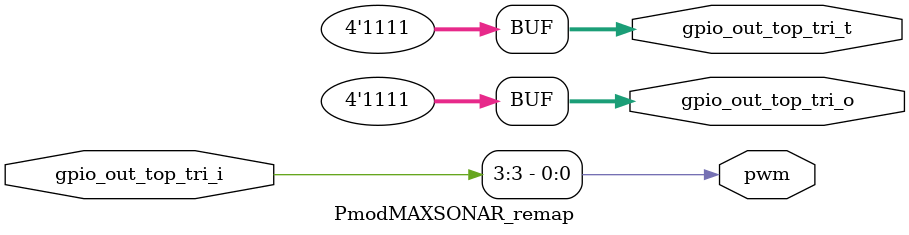
<source format=v>
`timescale 1ns / 1ps


module PmodMAXSONAR_remap(
    output pwm,
    
    // GPIO Master interface, to be connected to Pmod Bridge Top Row
    (* X_INTERFACE_INFO = "xilinx.com:interface:gpio:1.0 GPIO_OUT_TOP TRI_T" *)
    output [3:0] gpio_out_top_tri_t, // Tristate output enable signal (optional)
    (* X_INTERFACE_INFO = "xilinx.com:interface:gpio:1.0 GPIO_OUT_TOP TRI_O" *)
    output [3:0] gpio_out_top_tri_o, // Tristate output signal (optional)
    (* X_INTERFACE_INFO = "xilinx.com:interface:gpio:1.0 GPIO_OUT_TOP TRI_I" *)
    input [3:0] gpio_out_top_tri_i // Tristate input signal (optional)
);
//    assign xlconstant_0_dout = 4'hF;
    assign pwm = gpio_out_top_tri_i[3];
    assign gpio_out_top_tri_o = 4'hF;
    assign gpio_out_top_tri_t = 4'hF;
endmodule

</source>
